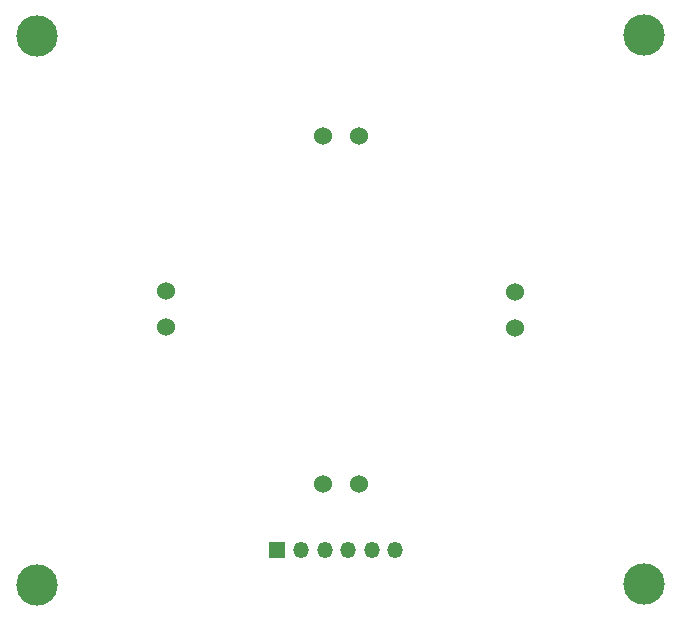
<source format=gbr>
%TF.GenerationSoftware,KiCad,Pcbnew,(5.1.10)-1*%
%TF.CreationDate,2021-07-29T21:44:00-04:00*%
%TF.ProjectId,Test,54657374-2e6b-4696-9361-645f70636258,v01*%
%TF.SameCoordinates,Original*%
%TF.FileFunction,Soldermask,Bot*%
%TF.FilePolarity,Negative*%
%FSLAX46Y46*%
G04 Gerber Fmt 4.6, Leading zero omitted, Abs format (unit mm)*
G04 Created by KiCad (PCBNEW (5.1.10)-1) date 2021-07-29 21:44:00*
%MOMM*%
%LPD*%
G01*
G04 APERTURE LIST*
%ADD10C,1.524000*%
%ADD11C,3.500000*%
%ADD12R,1.350000X1.350000*%
%ADD13O,1.350000X1.350000*%
G04 APERTURE END LIST*
D10*
%TO.C,R8*%
X152021540Y-91089480D03*
X148973540Y-91089480D03*
%TD*%
%TO.C,R6*%
X165272720Y-107309920D03*
X165272720Y-104261920D03*
%TD*%
D11*
%TO.C,H4*%
X176176940Y-128955800D03*
%TD*%
%TO.C,H3*%
X124777500Y-129032000D03*
%TD*%
%TO.C,H2*%
X176202340Y-82509360D03*
%TD*%
%TO.C,H1*%
X124802900Y-82580480D03*
%TD*%
D10*
%TO.C,R5*%
X152019000Y-120543320D03*
X148971000Y-120543320D03*
%TD*%
%TO.C,R7*%
X135745220Y-104208580D03*
X135745220Y-107256580D03*
%TD*%
D12*
%TO.C,J1*%
X145134580Y-126121160D03*
D13*
X147134580Y-126121160D03*
X149134580Y-126121160D03*
X151134580Y-126121160D03*
X153134580Y-126121160D03*
X155134580Y-126121160D03*
%TD*%
M02*

</source>
